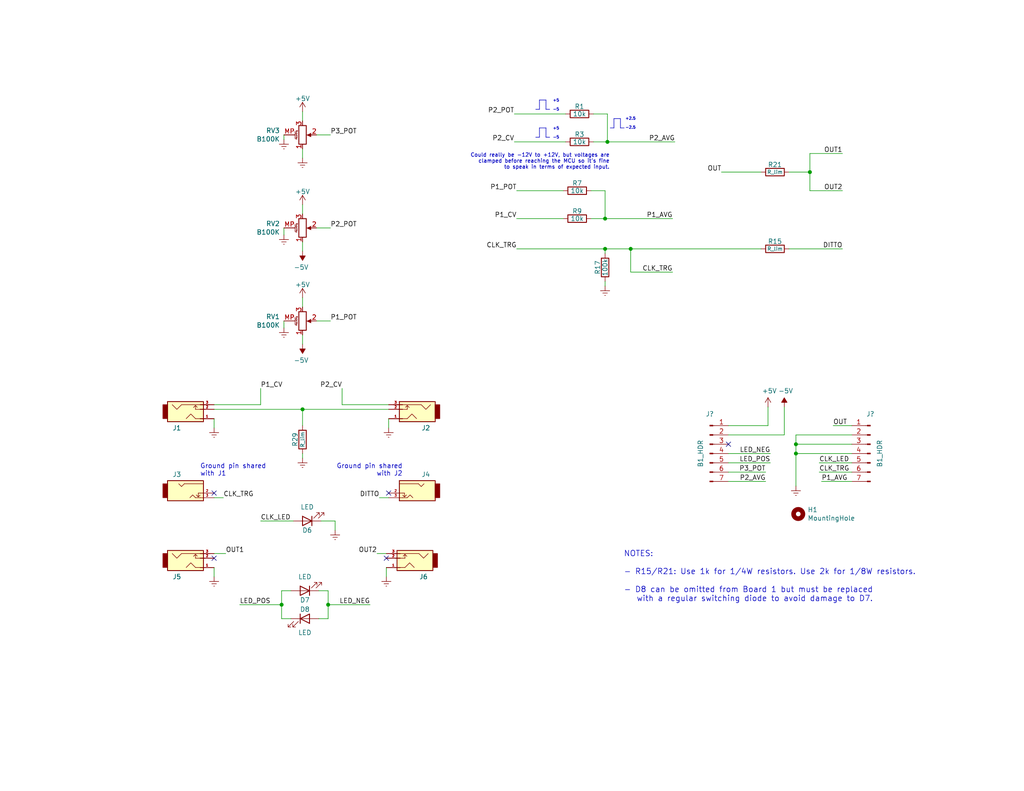
<source format=kicad_sch>
(kicad_sch (version 20230121) (generator eeschema)
  (paper "USLetter")
  (title_block (title "JoyfulNoise Tiny Utility Board - Board 1 - Peripheral Board") (date "2021-02-06") (rev "0.3") (company "Created by Ben Reeves") (comment 1 "This hardware is open source under CC BY-SA 4.0"))
  (lib_symbols
    (symbol "Device:LED" (pin_numbers hide) (pin_names (offset 1.016) hide)
      (property "Reference" "D" (at 0 2.54 0))
      (property "Value" "LED" (at 0 -2.54 0))
      (symbol "LED_0_1"
        (polyline (pts (xy -1.27 -1.27) (xy -1.27 1.27)) (stroke (width 0.254)))
        (polyline (pts (xy -1.27 0) (xy 1.27 0)))
        (polyline (pts (xy 1.27 -1.27) (xy 1.27 1.27) (xy -1.27 0) (xy 1.27 -1.27)) (stroke (width 0.254)))
        (polyline (pts (xy -3.048 -0.762) (xy -4.572 -2.286) (xy -3.81 -2.286) (xy -4.572 -2.286) (xy -4.572 -1.524)))
        (polyline (pts (xy -1.778 -0.762) (xy -3.302 -2.286) (xy -2.54 -2.286) (xy -3.302 -2.286) (xy -3.302 -1.524)))
      )
      (symbol "LED_1_1"
        (pin passive line (at -3.81 0 0) (length 2.54) (name "K") (number "1"))
        (pin passive line (at 3.81 0 180) (length 2.54) (name "A") (number "2"))
      )
    )
    (symbol "Device:R" (pin_numbers hide) (pin_names (offset 0))
      (property "Reference" "R" (at 2.032 0 90))
      (property "Value" "R" (at 0 0 90))
      (symbol "R_0_1"
        (rectangle (start -1.016 -2.54) (end 1.016 2.54) (stroke (width 0.254)))
      )
      (symbol "R_1_1"
        (pin passive line (at 0 3.81 270) (length 1.27) (name "~") (number "1"))
        (pin passive line (at 0 -3.81 90) (length 1.27) (name "~") (number "2"))
      )
    )
    (symbol "JNTUB-rescue:Conn_01x07_Male-Connector" (pin_names (offset 1.016) hide)
      (property "Reference" "J" (at 0 10.16 0))
      (property "Value" "Connector_Conn_01x07_Male" (at 0 -10.16 0))
      (symbol "Conn_01x07_Male-Connector_1_1"
        (polyline (pts (xy 1.27 -7.62) (xy 0.8636 -7.62)) (stroke (width 0.1524)))
        (polyline (pts (xy 1.27 -5.08) (xy 0.8636 -5.08)) (stroke (width 0.1524)))
        (polyline (pts (xy 1.27 -2.54) (xy 0.8636 -2.54)) (stroke (width 0.1524)))
        (polyline (pts (xy 1.27 0) (xy 0.8636 0)) (stroke (width 0.1524)))
        (polyline (pts (xy 1.27 2.54) (xy 0.8636 2.54)) (stroke (width 0.1524)))
        (polyline (pts (xy 1.27 5.08) (xy 0.8636 5.08)) (stroke (width 0.1524)))
        (polyline (pts (xy 1.27 7.62) (xy 0.8636 7.62)) (stroke (width 0.1524)))
        (rectangle (start 0.8636 -7.493) (end 0 -7.747) (stroke (width 0.1524)) (fill (type outline)))
        (rectangle (start 0.8636 -4.953) (end 0 -5.207) (stroke (width 0.1524)) (fill (type outline)))
        (rectangle (start 0.8636 -2.413) (end 0 -2.667) (stroke (width 0.1524)) (fill (type outline)))
        (rectangle (start 0.8636 0.127) (end 0 -0.127) (stroke (width 0.1524)) (fill (type outline)))
        (rectangle (start 0.8636 2.667) (end 0 2.413) (stroke (width 0.1524)) (fill (type outline)))
        (rectangle (start 0.8636 5.207) (end 0 4.953) (stroke (width 0.1524)) (fill (type outline)))
        (rectangle (start 0.8636 7.747) (end 0 7.493) (stroke (width 0.1524)) (fill (type outline)))
        (pin passive line (at 5.08 7.62 180) (length 3.81) (name "Pin_1") (number "1"))
        (pin passive line (at 5.08 5.08 180) (length 3.81) (name "Pin_2") (number "2"))
        (pin passive line (at 5.08 2.54 180) (length 3.81) (name "Pin_3") (number "3"))
        (pin passive line (at 5.08 0 180) (length 3.81) (name "Pin_4") (number "4"))
        (pin passive line (at 5.08 -2.54 180) (length 3.81) (name "Pin_5") (number "5"))
        (pin passive line (at 5.08 -5.08 180) (length 3.81) (name "Pin_6") (number "6"))
        (pin passive line (at 5.08 -7.62 180) (length 3.81) (name "Pin_7") (number "7"))
      )
    )
    (symbol "JNTUB-rescue:JACK_MONO_NoRing-SDIY" (pin_names (offset 1.016))
      (property "Reference" "J" (at 1.27 -5.08 0))
      (property "Value" "SDIY_JACK_MONO_NoRing" (at 3.81 3.81 0))
      (symbol "JACK_MONO_NoRing-SDIY_0_1"
        (rectangle (start -1.27 1.27) (end -2.54 -2.54) (fill (type outline)))
        (polyline (pts (xy 6.35 1.27) (xy 7.62 1.27)))
        (polyline (pts (xy 7.112 0) (xy 7.62 0)))
        (polyline (pts (xy 3.302 -2.54) (xy 2.54 -1.778) (xy 1.778 -2.54)))
        (polyline (pts (xy 6.35 1.27) (xy 5.588 0.508) (xy 4.826 1.27)))
        (polyline (pts (xy 3.302 -2.54) (xy 8.382 -2.54) (xy 8.382 -2.54) (xy 8.382 -2.54)))
        (polyline (pts (xy 7.112 0) (xy 7.112 1.0668) (xy 6.5786 0.508) (xy 7.112 1.0668) (xy 7.5946 0.5588)))
        (rectangle (start 8.509 -3.3782) (end -1.27 2.1082) (stroke (width 0.254)) (fill (type background)))
      )
      (symbol "JACK_MONO_NoRing-SDIY_1_1"
        (pin passive line (at 11.43 0 180) (length 3.81) (name "~") (number "2"))
        (pin passive line (at 11.43 1.27 180) (length 3.81) (name "~") (number "3"))
      )
    )
    (symbol "JNTUB-rescue:R_POT_MountingPin-Device" (pin_names (offset 1.016) hide)
      (property "Reference" "RV" (at -8.255 0 90))
      (property "Value" "Device_R_POT_MountingPin" (at -6.35 0 90))
      (symbol "R_POT_MountingPin-Device_0_1"
        (polyline (pts (xy 2.54 0) (xy 1.524 0)))
        (polyline (pts (xy 1.143 0) (xy 2.286 0.508) (xy 2.286 -0.508)) (fill (type outline)))
        (rectangle (start 1.016 2.54) (end -1.016 -2.54) (stroke (width 0.254)))
      )
      (symbol "R_POT_MountingPin-Device_1_1"
        (polyline (pts (xy -2.032 1.016) (xy -2.032 -1.016)) (stroke (width 0.1524)))
        (text "Mounting" (at -1.651 0 900) (effects (font (size 0.381 0.381))))
        (pin passive line (at 0 3.81 270) (length 1.27) (name "1") (number "1"))
        (pin passive line (at 3.81 0 180) (length 1.27) (name "2") (number "2"))
        (pin passive line (at 0 -3.81 90) (length 1.27) (name "3") (number "3"))
        (pin passive line (at -5.08 0 0) (length 3.048) (name "MountPin") (number "MP"))
      )
    )
    (symbol "Mechanical:MountingHole" (pin_names (offset 1.016))
      (property "Reference" "H" (at 0 5.08 0))
      (property "Value" "MountingHole" (at 0 3.175 0))
      (symbol "MountingHole_0_1"
        (circle (center 0 0) (radius 1.27) (stroke (width 1.27)))
      )
    )
    (symbol "SDIY:JACK_MONO" (pin_names (offset 1.016))
      (property "Reference" "J" (at 1.27 -5.08 0))
      (property "Value" "JACK_MONO" (at 3.81 3.81 0))
      (symbol "JACK_MONO_0_1"
        (rectangle (start -1.27 1.27) (end -2.54 -2.54) (fill (type outline)))
        (polyline (pts (xy 6.35 0) (xy 8.89 0) (xy 8.89 0)))
        (polyline (pts (xy 6.35 -2.54) (xy 5.08 -1.27) (xy 3.81 -2.54) (xy 3.81 -2.54)))
        (polyline (pts (xy 6.35 -2.54) (xy 11.43 -2.54) (xy 11.43 -2.54) (xy 11.43 -2.54)))
        (polyline (pts (xy 6.35 0) (xy 6.35 1.0668) (xy 5.8166 0.508) (xy 6.35 1.0668) (xy 6.8326 0.5588)))
        (polyline (pts (xy 10.16 1.27) (xy 2.54 1.27) (xy 1.27 0) (xy 0 1.27) (xy 0 1.27)))
        (rectangle (start 8.509 -3.3782) (end -1.27 2.1082) (stroke (width 0.254)) (fill (type background)))
      )
      (symbol "JACK_MONO_1_1"
        (pin passive line (at 11.43 -2.54 180) (length 3.81) (name "~") (number "1"))
        (pin passive line (at 11.43 0 180) (length 3.81) (name "~") (number "2"))
        (pin passive line (at 11.43 1.27 180) (length 3.81) (name "~") (number "3"))
      )
    )
    (symbol "power:+5V" (power) (pin_names (offset 0))
      (property "Value" "+5V" (at 0 3.556 0))
      (symbol "+5V_0_1"
        (polyline (pts (xy -0.762 1.27) (xy 0 2.54)))
        (polyline (pts (xy 0 0) (xy 0 2.54)))
        (polyline (pts (xy 0 2.54) (xy 0.762 1.27)))
      )
      (symbol "+5V_1_1"
        (pin power_in line (at 0 0 90) (length 0) hide (name "+5V") (number "1"))
      )
    )
    (symbol "power:-5V" (power) (pin_names (offset 0))
      (property "Value" "-5V" (at 0 3.81 0))
      (symbol "-5V_0_0"
        (pin power_in line (at 0 0 90) (length 0) hide (name "-5V") (number "1"))
      )
      (symbol "-5V_0_1"
        (polyline (pts (xy 0 0) (xy 0 1.27) (xy 0.762 1.27) (xy 0 2.54) (xy -0.762 1.27) (xy 0 1.27)) (fill (type outline)))
      )
    )
    (symbol "power:GNDREF" (power) (pin_names (offset 0))
      (property "Value" "GNDREF" (at 0 -3.81 0))
      (symbol "GNDREF_0_1"
        (polyline (pts (xy -0.635 -1.905) (xy 0.635 -1.905)))
        (polyline (pts (xy -0.127 -2.54) (xy 0.127 -2.54)))
        (polyline (pts (xy 0 -1.27) (xy 0 0)))
        (polyline (pts (xy 1.27 -1.27) (xy -1.27 -1.27)))
      )
      (symbol "GNDREF_1_1"
        (pin power_in line (at 0 0 270) (length 0) hide (name "GNDREF") (number "1"))
      )
    )
  )
  (junction (at 220.98 46.99))
  (junction (at 165.1 67.945))
  (junction (at 165.735 38.735))
  (junction (at 89.535 165.1))
  (junction (at 82.55 111.76))
  (junction (at 217.17 123.825))
  (junction (at 217.17 121.285))
  (junction (at 76.835 165.1))
  (junction (at 165.1 59.69))
  (junction (at 172.085 67.945))
  (no_connect (at 106.045 134.62))
  (no_connect (at 58.42 134.62))
  (no_connect (at 198.755 121.285))
  (no_connect (at 58.42 152.4))
  (no_connect (at 105.41 152.4))
  (wire (pts (xy 165.735 38.735) (xy 184.15 38.735)))
  (polyline (pts (xy 149.987 29.845) (xy 148.971 29.845)))
  (polyline (pts (xy 147.193 29.845) (xy 146.177 29.845)))
  (wire (pts (xy 161.29 52.07) (xy 165.1 52.07)))
  (wire (pts (xy 89.535 161.29) (xy 86.995 161.29)))
  (wire (pts (xy 105.41 154.94) (xy 105.41 157.48)))
  (polyline (pts (xy 170.307 34.925) (xy 169.291 34.925)))
  (wire (pts (xy 198.755 126.365) (xy 210.185 126.365)))
  (wire (pts (xy 165.1 59.69) (xy 183.515 59.69)))
  (wire (pts (xy 223.52 128.905) (xy 232.41 128.905)))
  (wire (pts (xy 106.045 110.49) (xy 93.345 110.49)))
  (wire (pts (xy 232.41 121.285) (xy 217.17 121.285)))
  (wire (pts (xy 71.12 110.49) (xy 71.12 106.045)))
  (wire (pts (xy 58.42 151.13) (xy 61.595 151.13)))
  (wire (pts (xy 215.265 67.945) (xy 229.87 67.945)))
  (polyline (pts (xy 148.971 34.925) (xy 147.193 34.925)))
  (polyline (pts (xy 148.971 29.845) (xy 148.971 27.305)))
  (wire (pts (xy 89.535 161.29) (xy 89.535 165.1)))
  (wire (pts (xy 196.85 46.99) (xy 207.645 46.99)))
  (wire (pts (xy 91.44 142.24) (xy 91.44 144.78)))
  (wire (pts (xy 140.335 31.115) (xy 154.305 31.115)))
  (wire (pts (xy 165.1 67.945) (xy 165.1 69.215)))
  (wire (pts (xy 220.98 46.99) (xy 220.98 41.91)))
  (wire (pts (xy 209.55 111.125) (xy 209.55 116.205)))
  (wire (pts (xy 165.735 31.115) (xy 165.735 38.735)))
  (wire (pts (xy 213.995 118.745) (xy 213.995 111.125)))
  (wire (pts (xy 220.98 41.91) (xy 229.87 41.91)))
  (wire (pts (xy 103.505 135.89) (xy 106.045 135.89)))
  (wire (pts (xy 82.55 111.76) (xy 106.045 111.76)))
  (wire (pts (xy 198.755 128.905) (xy 208.915 128.905)))
  (wire (pts (xy 140.97 59.69) (xy 153.67 59.69)))
  (wire (pts (xy 82.55 66.04) (xy 82.55 68.58)))
  (wire (pts (xy 82.55 40.64) (xy 82.55 43.18)))
  (wire (pts (xy 82.55 81.28) (xy 82.55 83.82)))
  (wire (pts (xy 89.535 165.1) (xy 100.965 165.1)))
  (wire (pts (xy 172.085 67.945) (xy 207.645 67.945)))
  (wire (pts (xy 165.1 52.07) (xy 165.1 59.69)))
  (wire (pts (xy 217.17 123.825) (xy 217.17 132.715)))
  (wire (pts (xy 217.17 123.825) (xy 217.17 121.285)))
  (wire (pts (xy 165.1 67.945) (xy 140.97 67.945)))
  (wire (pts (xy 58.42 111.76) (xy 82.55 111.76)))
  (wire (pts (xy 58.42 110.49) (xy 71.12 110.49)))
  (polyline (pts (xy 169.291 34.925) (xy 169.291 32.385)))
  (wire (pts (xy 217.17 121.285) (xy 217.17 118.745)))
  (wire (pts (xy 82.55 91.44) (xy 82.55 93.98)))
  (wire (pts (xy 140.97 52.07) (xy 153.67 52.07)))
  (wire (pts (xy 58.42 114.3) (xy 58.42 116.84)))
  (wire (pts (xy 198.755 116.205) (xy 209.55 116.205)))
  (wire (pts (xy 161.925 31.115) (xy 165.735 31.115)))
  (wire (pts (xy 80.01 142.24) (xy 71.12 142.24)))
  (polyline (pts (xy 149.987 37.465) (xy 148.971 37.465)))
  (wire (pts (xy 198.755 123.825) (xy 210.185 123.825)))
  (wire (pts (xy 106.045 114.3) (xy 106.045 116.84)))
  (wire (pts (xy 76.835 168.91) (xy 79.375 168.91)))
  (wire (pts (xy 77.47 89.535) (xy 77.47 87.63)))
  (wire (pts (xy 86.36 62.23) (xy 90.17 62.23)))
  (wire (pts (xy 82.55 30.48) (xy 82.55 33.02)))
  (wire (pts (xy 89.535 165.1) (xy 89.535 168.91)))
  (wire (pts (xy 105.41 151.13) (xy 102.87 151.13)))
  (wire (pts (xy 224.155 131.445) (xy 232.41 131.445)))
  (wire (pts (xy 140.335 38.735) (xy 154.305 38.735)))
  (polyline (pts (xy 167.513 32.385) (xy 167.513 34.925)))
  (polyline (pts (xy 148.971 27.305) (xy 147.193 27.305)))
  (wire (pts (xy 172.085 74.295) (xy 183.515 74.295)))
  (polyline (pts (xy 147.193 37.465) (xy 146.177 37.465)))
  (wire (pts (xy 215.265 46.99) (xy 220.98 46.99)))
  (wire (pts (xy 76.835 161.29) (xy 76.835 165.1)))
  (polyline (pts (xy 148.971 37.465) (xy 148.971 34.925)))
  (wire (pts (xy 220.98 46.99) (xy 220.98 52.07)))
  (polyline (pts (xy 147.193 34.925) (xy 147.193 37.465)))
  (wire (pts (xy 232.41 126.365) (xy 223.52 126.365)))
  (wire (pts (xy 220.98 52.07) (xy 229.87 52.07)))
  (wire (pts (xy 161.925 38.735) (xy 165.735 38.735)))
  (polyline (pts (xy 147.193 27.305) (xy 147.193 29.845)))
  (wire (pts (xy 227.33 116.205) (xy 232.41 116.205)))
  (wire (pts (xy 208.915 131.445) (xy 198.755 131.445)))
  (wire (pts (xy 217.17 123.825) (xy 232.41 123.825)))
  (wire (pts (xy 172.085 67.945) (xy 172.085 74.295)))
  (wire (pts (xy 87.63 142.24) (xy 91.44 142.24)))
  (polyline (pts (xy 169.291 32.385) (xy 167.513 32.385)))
  (wire (pts (xy 58.42 135.89) (xy 60.96 135.89)))
  (wire (pts (xy 77.47 36.83) (xy 77.47 38.1)))
  (wire (pts (xy 79.375 161.29) (xy 76.835 161.29)))
  (wire (pts (xy 86.36 87.63) (xy 90.17 87.63)))
  (wire (pts (xy 89.535 168.91) (xy 86.995 168.91)))
  (wire (pts (xy 165.1 76.835) (xy 165.1 78.105)))
  (polyline (pts (xy 167.513 34.925) (xy 166.497 34.925)))
  (wire (pts (xy 65.405 165.1) (xy 76.835 165.1)))
  (wire (pts (xy 58.42 154.94) (xy 58.42 157.48)))
  (wire (pts (xy 82.55 123.825) (xy 82.55 125.095)))
  (wire (pts (xy 93.345 106.045) (xy 93.345 110.49)))
  (wire (pts (xy 82.55 111.76) (xy 82.55 116.205)))
  (wire (pts (xy 76.835 165.1) (xy 76.835 168.91)))
  (wire (pts (xy 161.29 59.69) (xy 165.1 59.69)))
  (wire (pts (xy 198.755 118.745) (xy 213.995 118.745)))
  (wire (pts (xy 86.36 36.83) (xy 90.17 36.83)))
  (wire (pts (xy 82.55 55.88) (xy 82.55 58.42)))
  (wire (pts (xy 77.47 64.135) (xy 77.47 62.23)))
  (wire (pts (xy 165.1 67.945) (xy 172.085 67.945)))
  (wire (pts (xy 217.17 118.745) (xy 232.41 118.745)))
  (text "+5\n\n-5" (at 152.654 38.1 0) (effects (font (size 0.762 0.762)) (justify right bottom)))
  (text "Could really be -12V to +12V, but voltages are\nclamped before reaching the MCU so it’s fine\nto speak in terms of expected input." (at 166.37 46.355 0) (effects (font (size 1.016 1.016)) (justify right bottom)))
  (text "Ground pin shared\nwith J2" (at 109.855 130.175 0) (effects (font (size 1.27 1.27)) (justify right bottom)))
  (text "+5\n\n-5" (at 152.654 30.48 0) (effects (font (size 0.762 0.762)) (justify right bottom)))
  (text "+2.5\n\n-2.5" (at 170.561 35.433 0) (effects (font (size 0.762 0.762)) (justify left bottom)))
  (text "NOTES:\n\n- R15/R21: Use 1k for 1/4W resistors. Use 2k for 1/8W resistors.\n\n- D8 can be omitted from Board 1 but must be replaced\n   with a regular switching diode to avoid damage to D7." (at 170.18 164.465 0) (effects (font (size 1.524 1.524)) (justify left bottom)))
  (text "Ground pin shared\nwith J1" (at 54.61 130.175 0) (effects (font (size 1.27 1.27)) (justify left bottom)))
  (label "LED_POS" (at 65.405 165.1 0))
  (label "P2_CV" (at 93.345 106.045 180))
  (label "P2_AVG" (at 184.15 38.735 180))
  (label "CLK_TRG" (at 140.97 67.945 180))
  (label "P3_POT" (at 208.915 128.905 180))
  (label "P2_POT" (at 90.17 62.23 0))
  (label "LED_NEG" (at 100.965 165.1 180))
  (label "CLK_TRG" (at 223.52 128.905 0))
  (label "CLK_LED" (at 71.12 142.24 0))
  (label "P1_AVG" (at 224.155 131.445 0))
  (label "OUT1" (at 61.595 151.13 0))
  (label "CLK_TRG" (at 183.515 74.295 180))
  (label "LED_NEG" (at 210.185 123.825 180))
  (label "OUT2" (at 229.87 52.07 180))
  (label "DITTO" (at 229.87 67.945 180))
  (label "OUT1" (at 229.87 41.91 180))
  (label "CLK_LED" (at 223.52 126.365 0))
  (label "DITTO" (at 103.505 135.89 180))
  (label "OUT" (at 227.33 116.205 0))
  (label "P2_AVG" (at 208.915 131.445 180))
  (label "OUT" (at 196.85 46.99 180))
  (label "P1_CV" (at 71.12 106.045 0))
  (label "P1_POT" (at 90.17 87.63 0))
  (label "P1_AVG" (at 183.515 59.69 180))
  (label "OUT2" (at 102.87 151.13 180))
  (label "CLK_TRG" (at 60.96 135.89 0))
  (label "P1_POT" (at 140.97 52.07 180))
  (label "LED_POS" (at 210.185 126.365 180))
  (label "P2_CV" (at 140.335 38.735 180))
  (label "P3_POT" (at 90.17 36.83 0))
  (label "P2_POT" (at 140.335 31.115 180))
  (label "P1_CV" (at 140.97 59.69 180))
  (symbol (lib_id "power:GNDREF") (at 82.55 43.18 0) (unit 1)
    (property "Reference" "#PWR013" (effects hide))
    (property "Value" "GNDREF" (effects hide))
  )
  (symbol (lib_id "JNTUB-rescue:R_POT_MountingPin-Device") (at 82.55 36.83 0) (mirror x) (unit 1)
    (property "Reference" "RV3" (at 76.3778 35.6616 0) (effects (justify right)))
    (property "Value" "B100K" (at 76.3778 37.973 0) (effects (justify right)))
    (property "Footprint" "SDIY:Potentiometer_Alpha_9mm_WithGround" (effects hide))
    (property "Config" "-smtmfg" (effects hide))
    (property "Type" "Alpha 9mm Vertical Potentiometer" (effects hide))
  )
  (symbol (lib_id "power:+5V") (at 82.55 30.48 0) (unit 1)
    (property "Reference" "#PWR01" (effects hide))
    (property "Value" "+5V" (at 82.55 26.924 0))
  )
  (symbol (lib_id "JNTUB-rescue:R_POT_MountingPin-Device") (at 82.55 62.23 0) (mirror x) (unit 1)
    (property "Reference" "RV2" (at 76.3778 61.0616 0) (effects (justify right)))
    (property "Value" "B100K" (at 76.3778 63.373 0) (effects (justify right)))
    (property "Footprint" "SDIY:Potentiometer_Alpha_9mm_WithGround" (effects hide))
    (property "Config" "-smtmfg" (effects hide))
    (property "Type" "Alpha 9mm Vertical Potentiometer" (effects hide))
  )
  (symbol (lib_id "power:+5V") (at 82.55 55.88 0) (unit 1)
    (property "Reference" "#PWR02" (effects hide))
    (property "Value" "+5V" (at 82.55 52.324 0))
  )
  (symbol (lib_id "SDIY:JACK_MONO") (at 46.99 111.76 0) (unit 1)
    (property "Reference" "J1" (at 48.26 116.84 0))
    (property "Value" "3.5mm Mono Jack" (effects hide))
    (property "Footprint" "SDIY:PJ301M-12_Thonkiconn" (effects hide))
    (property "Config" "-smtmfg" (effects hide))
    (property "Type" "Thonkiconn Jack" (effects hide))
  )
  (symbol (lib_id "JNTUB-rescue:R_POT_MountingPin-Device") (at 82.55 87.63 0) (mirror x) (unit 1)
    (property "Reference" "RV1" (at 76.3778 86.4616 0) (effects (justify right)))
    (property "Value" "B100K" (at 76.3778 88.773 0) (effects (justify right)))
    (property "Footprint" "SDIY:Potentiometer_Alpha_9mm_WithGround" (effects hide))
    (property "Config" "-smtmfg" (effects hide))
    (property "Type" "Alpha 9mm Vertical Potentiometer" (effects hide))
  )
  (symbol (lib_id "power:+5V") (at 82.55 81.28 0) (unit 1)
    (property "Reference" "#PWR03" (effects hide))
    (property "Value" "+5V" (at 82.55 77.724 0))
  )
  (symbol (lib_id "SDIY:JACK_MONO") (at 117.475 111.76 0) (mirror y) (unit 1)
    (property "Reference" "J2" (at 116.205 116.84 0))
    (property "Value" "3.5mm Mono Jack" (effects hide))
    (property "Footprint" "SDIY:PJ301M-12_Thonkiconn" (effects hide))
    (property "Config" "-smtmfg" (effects hide))
    (property "Type" "Thonkiconn Jack" (effects hide))
  )
  (symbol (lib_id "JNTUB-rescue:JACK_MONO_NoRing-SDIY") (at 46.99 134.62 0) (mirror x) (unit 1)
    (property "Reference" "J3" (at 48.26 129.54 0))
    (property "Value" "3.5mm Mono Jack" (effects hide))
    (property "Footprint" "SDIY:PJ301M-12_Thonkiconn_NoGround" (effects hide))
    (property "Config" "-smtmfg" (effects hide))
    (property "Type" "Thonkiconn Jack" (effects hide))
  )
  (symbol (lib_id "JNTUB-rescue:JACK_MONO_NoRing-SDIY") (at 117.475 134.62 180) (unit 1)
    (property "Reference" "J4" (at 116.205 129.54 0))
    (property "Value" "3.5mm Mono Jack" (effects hide))
    (property "Footprint" "SDIY:PJ301M-12_Thonkiconn_NoGround" (effects hide))
    (property "Config" "-smtmfg" (effects hide))
    (property "Type" "Thonkiconn Jack" (effects hide))
  )
  (symbol (lib_id "power:GNDREF") (at 58.42 116.84 0) (unit 1)
    (property "Reference" "#PWR04" (effects hide))
    (property "Value" "GNDREF" (effects hide))
  )
  (symbol (lib_id "power:GNDREF") (at 106.045 116.84 0) (mirror y) (unit 1)
    (property "Reference" "#PWR05" (effects hide))
    (property "Value" "GNDREF" (effects hide))
  )
  (symbol (lib_id "SDIY:JACK_MONO") (at 46.99 152.4 0) (unit 1)
    (property "Reference" "J5" (at 48.26 157.48 0))
    (property "Value" "3.5mm Mono Jack" (effects hide))
    (property "Footprint" "SDIY:PJ301M-12_Thonkiconn" (effects hide))
    (property "Config" "-smtmfg" (effects hide))
    (property "Type" "Thonkiconn Jack" (effects hide))
  )
  (symbol (lib_id "SDIY:JACK_MONO") (at 116.84 152.4 0) (mirror y) (unit 1)
    (property "Reference" "J6" (at 115.57 157.48 0))
    (property "Value" "3.5mm Mono Jack" (effects hide))
    (property "Footprint" "SDIY:PJ301M-12_Thonkiconn" (effects hide))
    (property "Config" "-smtmfg" (effects hide))
    (property "Type" "Thonkiconn Jack" (effects hide))
  )
  (symbol (lib_id "power:GNDREF") (at 105.41 157.48 0) (mirror y) (unit 1)
    (property "Reference" "#PWR08" (effects hide))
    (property "Value" "GNDREF" (effects hide))
  )
  (symbol (lib_id "power:GNDREF") (at 58.42 157.48 0) (unit 1)
    (property "Reference" "#PWR09" (effects hide))
    (property "Value" "GNDREF" (effects hide))
  )
  (symbol (lib_id "Device:LED") (at 83.82 142.24 180) (unit 1)
    (property "Reference" "D6" (at 83.82 144.78 0))
    (property "Value" "LED" (at 83.82 138.43 0))
    (property "Footprint" "LEDs:LED_D3.0mm" (effects hide))
    (property "Config" "-smtmfg" (effects hide))
    (property "Type" "3mm LED" (effects hide))
  )
  (symbol (lib_id "power:GNDREF") (at 91.44 144.78 0) (unit 1)
    (property "Reference" "#PWR015" (effects hide))
    (property "Value" "GNDREF" (effects hide))
  )
  (symbol (lib_id "Device:LED") (at 83.185 161.29 180) (unit 1)
    (property "Reference" "D7" (at 83.185 163.83 0))
    (property "Value" "LED" (at 83.185 157.48 0))
    (property "Footprint" "LEDs:LED_D3.0mm" (effects hide))
    (property "Config" "-smtmfg" (effects hide))
    (property "Type" "3mm LED" (effects hide))
  )
  (symbol (lib_id "Device:LED") (at 83.185 168.91 0) (unit 1)
    (property "Reference" "D8" (at 83.185 166.37 0))
    (property "Value" "LED" (at 83.185 172.72 0))
    (property "Footprint" "LEDs:LED_D3.0mm" (effects hide))
    (property "Config" "-smtmfg" (effects hide))
    (property "Type" "3mm LED" (effects hide))
  )
  (symbol (lib_id "power:GNDREF") (at 77.47 38.1 0) (unit 1)
    (property "Reference" "#PWR0119" (effects hide))
    (property "Value" "GNDREF" (effects hide))
  )
  (symbol (lib_id "power:GNDREF") (at 77.47 64.135 0) (unit 1)
    (property "Reference" "#PWR0123" (effects hide))
    (property "Value" "GNDREF" (effects hide))
  )
  (symbol (lib_id "power:GNDREF") (at 77.47 89.535 0) (unit 1)
    (property "Reference" "#PWR0124" (effects hide))
    (property "Value" "GNDREF" (effects hide))
  )
  (symbol (lib_id "Mechanical:MountingHole") (at 217.805 140.335 0) (unit 1)
    (property "Reference" "H1" (at 220.345 139.1666 0) (effects (justify left)))
    (property "Value" "MountingHole" (at 220.345 141.478 0) (effects (justify left)))
    (property "Footprint" "Mounting_Holes:MountingHole_3.2mm_M3" (effects hide))
    (property "Exclude" "Yes" (effects hide))
    (property "Config" "do not fit" (effects hide))
  )
  (symbol (lib_id "Device:R") (at 158.115 38.735 270) (mirror x) (unit 1)
    (property "Reference" "R3" (at 158.115 36.703 90))
    (property "Value" "10k" (at 158.115 38.735 90))
    (property "Footprint" "SDIY:R_Axial_DIN0207_L6.3mm_D2.5mm_P2.54mm_Vertical" (effects hide))
    (property "Tolerance" "1%" (effects hide))
    (property "LCSC" "C17414" (effects hide))
    (property "SMT Place" "Yes" (effects hide))
    (property "SMT package" "R_0805" (effects hide))
    (property "Type" "1% Metal Film Resistor" (effects hide))
    (instances (project "JNTUB" (path "" (reference "R3") (unit 1)) (path "" (reference "R?") (unit 1))))
  )
  (symbol (lib_id "Device:R") (at 158.115 31.115 270) (mirror x) (unit 1)
    (property "Reference" "R1" (at 158.115 29.083 90))
    (property "Value" "10k" (at 158.115 31.115 90))
    (property "Footprint" "SDIY:R_Axial_DIN0207_L6.3mm_D2.5mm_P2.54mm_Vertical" (effects hide))
    (property "Tolerance" "1%" (effects hide))
    (property "LCSC" "C17414" (effects hide))
    (property "SMT Place" "Yes" (effects hide))
    (property "SMT package" "R_0805" (effects hide))
    (property "Type" "1% Metal Film Resistor" (effects hide))
    (instances (project "JNTUB" (path "" (reference "R1") (unit 1)) (path "" (reference "R?") (unit 1))))
  )
  (symbol (lib_id "Device:R") (at 157.48 59.69 90) (unit 1)
    (property "Reference" "R9" (at 157.48 57.658 90))
    (property "Value" "10k" (at 157.48 59.69 90))
    (property "Footprint" "SDIY:R_Axial_DIN0207_L6.3mm_D2.5mm_P2.54mm_Vertical" (effects hide))
    (property "Tolerance" "1%" (effects hide))
    (property "LCSC" "C17414" (effects hide))
    (property "SMT Place" "Yes" (effects hide))
    (property "SMT package" "R_0805" (effects hide))
    (property "Type" "1% Metal Film Resistor" (effects hide))
    (instances (project "JNTUB" (path "" (reference "R9") (unit 1)) (path "" (reference "R?") (unit 1))))
  )
  (symbol (lib_id "Device:R") (at 157.48 52.07 90) (unit 1)
    (property "Reference" "R7" (at 157.48 50.038 90))
    (property "Value" "10k" (at 157.48 52.07 90))
    (property "Footprint" "SDIY:R_Axial_DIN0207_L6.3mm_D2.5mm_P2.54mm_Vertical" (effects hide))
    (property "Tolerance" "1%" (effects hide))
    (property "LCSC" "C17414" (effects hide))
    (property "SMT Place" "Yes" (effects hide))
    (property "SMT package" "R_0805" (effects hide))
    (property "Type" "1% Metal Film Resistor" (effects hide))
    (instances (project "JNTUB" (path "" (reference "R7") (unit 1)) (path "" (reference "R?") (unit 1))))
  )
  (symbol (lib_id "power:+5V") (at 209.55 111.125 0) (unit 1)
    (property "Reference" "#PWR0104" (effects hide))
    (property "Value" "+5V" (at 209.931 106.7308 0))
    (instances (project "JNTUB" (path "" (reference "#PWR0104") (unit 1)) (path "" (reference "#PWR?") (unit 1))))
  )
  (symbol (lib_id "power:GNDREF") (at 217.17 132.715 0) (unit 1)
    (property "Reference" "#PWR0106" (effects hide))
    (property "Value" "GNDREF" (effects hide))
    (instances (project "JNTUB" (path "" (reference "#PWR0106") (unit 1)) (path "" (reference "#PWR?") (unit 1))))
  )
  (symbol (lib_id "power:-5V") (at 213.995 111.125 0) (unit 1)
    (property "Reference" "#PWR0109" (effects hide))
    (property "Value" "-5V" (at 214.376 106.7308 0))
    (instances (project "JNTUB" (path "" (reference "#PWR0109") (unit 1)) (path "" (reference "#PWR?") (unit 1))))
  )
  (symbol (lib_id "Device:R") (at 165.1 73.025 180) (unit 1)
    (property "Reference" "R17" (at 163.068 73.025 90))
    (property "Value" "100k" (at 165.1 73.025 90))
    (property "Footprint" "SDIY:R_Axial_DIN0207_L6.3mm_D2.5mm_P2.54mm_Vertical" (effects hide))
    (property "SMT Place" "Yes" (effects hide))
    (property "LCSC" "C17407" (effects hide))
    (property "SMT package" "R_0805" (effects hide))
    (property "Type" "5% Carbon Film Resistor" (effects hide))
    (instances (project "JNTUB" (path "" (reference "R17") (unit 1)) (path "" (reference "R?") (unit 1))))
  )
  (symbol (lib_id "power:GNDREF") (at 165.1 78.105 0) (unit 1)
    (property "Reference" "#PWR0110" (effects hide))
    (property "Value" "GNDREF" (effects hide))
    (instances (project "JNTUB" (path "" (reference "#PWR0110") (unit 1)) (path "" (reference "#PWR?") (unit 1))))
  )
  (symbol (lib_id "Device:R") (at 211.455 46.99 270) (mirror x) (unit 1)
    (property "Reference" "R21" (at 211.455 44.958 90))
    (property "Value" "R_lim" (at 211.455 46.99 90) (effects (font (size 1.016 1.016))))
    (property "Footprint" "SDIY:R_Axial_DIN0207_L6.3mm_D2.5mm_P2.54mm_Vertical" (effects hide))
    (property "Note" "Use 1k 1/4W or 2k 1/8W" (effects hide))
    (property "Power Rating" "1/4W" (effects hide))
    (property "SMT Place" "Yes" (effects hide))
    (property "LCSC" "C4410" (effects hide))
    (property "SMT Note" "1206 1/4W" (effects hide))
    (property "SMT package" "R_0805 or R_1206" (effects hide))
    (property "Type" "5% Resistor" (effects hide))
    (instances (project "JNTUB" (path "" (reference "R21") (unit 1)) (path "" (reference "R?") (unit 1))))
  )
  (symbol (lib_id "Device:R") (at 82.55 120.015 180) (unit 1)
    (property "Reference" "R29" (at 80.518 120.015 90))
    (property "Value" "R_lim" (at 82.55 120.015 90) (effects (font (size 1.016 1.016))))
    (property "Footprint" "SDIY:R_Axial_DIN0207_L6.3mm_D2.5mm_P2.54mm_Vertical" (effects hide))
    (property "Note" "Use 1k 1/4W or 2k 1/8W" (effects hide))
    (property "Power Rating" "1/4W" (effects hide))
    (property "SMT Place" "Yes" (effects hide))
    (property "LCSC" "C4410" (effects hide))
    (property "SMT Note" "1206 1/4W" (effects hide))
    (property "SMT package" "R_0805 or R_1206" (effects hide))
    (property "Type" "5% Resistor" (effects hide))
    (instances (project "JNTUB" (path "" (reference "R29") (unit 1)) (path "" (reference "R?") (unit 1))))
  )
  (symbol (lib_id "power:GNDREF") (at 82.55 125.095 0) (unit 1)
    (property "Reference" "#PWR014" (effects hide))
    (property "Value" "GNDREF" (effects hide))
  )
  (symbol (lib_id "power:-5V") (at 82.55 68.58 180) (unit 1)
    (property "Reference" "#PWR0107" (effects hide))
    (property "Value" "-5V" (at 82.169 72.9742 0))
  )
  (symbol (lib_id "power:-5V") (at 82.55 93.98 180) (unit 1)
    (property "Reference" "#PWR0108" (effects hide))
    (property "Value" "-5V" (at 82.169 98.3742 0))
  )
  (symbol (lib_id "Device:R") (at 211.455 67.945 90) (unit 1)
    (property "Reference" "R15" (at 211.455 65.913 90))
    (property "Value" "R_lim" (at 211.455 67.945 90) (effects (font (size 1.016 1.016))))
    (property "Footprint" "SDIY:R_Axial_DIN0207_L6.3mm_D2.5mm_P2.54mm_Vertical" (effects hide))
    (property "Note" "Use 1k 1/4W or 2k 1/8W" (effects hide))
    (property "Power Rating" "1/4W" (effects hide))
    (property "SMT Place" "Yes" (effects hide))
    (property "LCSC" "C4410" (effects hide))
    (property "SMT Note" "1206 1/4W" (effects hide))
    (property "SMT package" "R_0805 or R_1206" (effects hide))
    (property "Type" "5% Resistor" (effects hide))
    (instances (project "JNTUB" (path "" (reference "R15") (unit 1)) (path "" (reference "R?") (unit 1))))
  )
  (symbol (lib_id "JNTUB-rescue:Conn_01x07_Male-Connector") (at 193.675 123.825 0) (unit 1)
    (property "Reference" "J?" (at 193.675 113.03 0))
    (property "Value" "B1_HDR" (at 191.135 123.825 90))
    (property "Footprint" "Pin_Headers:Pin_Header_Straight_1x07_Pitch2.54mm" (effects hide))
    (property "Config" "-smtmfg" (effects hide))
    (property "Type" "1x7 Male Pin Header" (effects hide))
    (instances (project "JNTUB" (path "" (reference "J?") (unit 1)) (path "" (reference "J?") (unit 1)) (path "" (reference "J7") (unit 1))))
  )
  (symbol (lib_id "JNTUB-rescue:Conn_01x07_Male-Connector") (at 237.49 123.825 0) (mirror y) (unit 1)
    (property "Reference" "J?" (at 237.49 113.03 0))
    (property "Value" "B1_HDR" (at 240.03 123.825 90))
    (property "Footprint" "Pin_Headers:Pin_Header_Straight_1x07_Pitch2.54mm" (effects hide))
    (property "Config" "-smtmfg" (effects hide))
    (property "Type" "1x7 Male Pin Header" (effects hide))
    (instances (project "JNTUB" (path "" (reference "J?") (unit 1)) (path "" (reference "J?") (unit 1)) (path "" (reference "J8") (unit 1))))
  )
)
</source>
